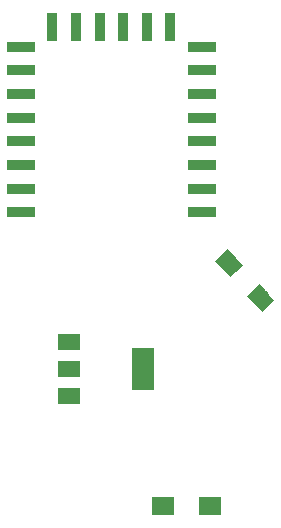
<source format=gbp>
G04 #@! TF.GenerationSoftware,KiCad,Pcbnew,(2017-05-14 revision 14bb238b3)-makepkg*
G04 #@! TF.CreationDate,2017-07-12T11:42:09-06:00*
G04 #@! TF.ProjectId,001,3030312E6B696361645F706362000000,rev?*
G04 #@! TF.FileFunction,Paste,Bot*
G04 #@! TF.FilePolarity,Positive*
%FSLAX46Y46*%
G04 Gerber Fmt 4.6, Leading zero omitted, Abs format (unit mm)*
G04 Created by KiCad (PCBNEW (2017-05-14 revision 14bb238b3)-makepkg) date 07/12/17 11:42:09*
%MOMM*%
%LPD*%
G01*
G04 APERTURE LIST*
%ADD10C,0.100000*%
%ADD11R,2.347600X0.947600*%
%ADD12R,0.947600X2.347600*%
%ADD13C,1.447600*%
%ADD14R,1.847600X1.547600*%
%ADD15R,1.847600X1.347600*%
%ADD16R,1.847600X3.647600*%
G04 APERTURE END LIST*
D10*
D11*
X122570600Y-75491560D03*
X122570600Y-73491560D03*
X122570600Y-71491560D03*
X122570600Y-69491560D03*
X122570600Y-67491560D03*
X122570600Y-65491560D03*
X122570600Y-63491560D03*
X122570600Y-61491560D03*
X137970600Y-61491560D03*
X137970600Y-63491560D03*
X137970600Y-65491560D03*
X137970600Y-67491560D03*
X137970600Y-69491560D03*
X137970600Y-71491560D03*
X137970600Y-73491560D03*
X137970600Y-75491560D03*
D12*
X125260600Y-59791560D03*
X127260600Y-59791560D03*
X129260600Y-59791560D03*
X131260600Y-59791560D03*
X133260600Y-59791560D03*
X135260600Y-59791560D03*
D13*
X142904261Y-82781790D03*
D10*
G36*
X141748230Y-82579590D02*
X142824006Y-81610956D01*
X144060292Y-82983990D01*
X142984516Y-83952624D01*
X141748230Y-82579590D01*
X141748230Y-82579590D01*
G37*
D13*
X140227739Y-79809210D03*
D10*
G36*
X139071708Y-79607010D02*
X140147484Y-78638376D01*
X141383770Y-80011410D01*
X140307994Y-80980044D01*
X139071708Y-79607010D01*
X139071708Y-79607010D01*
G37*
D14*
X138588000Y-100396000D03*
X134588000Y-100396000D03*
D15*
X126631000Y-91063100D03*
X126631000Y-86463100D03*
X126631000Y-88763100D03*
D16*
X132931000Y-88763100D03*
M02*

</source>
